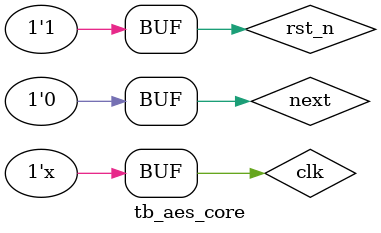
<source format=sv>
`timescale 1ns / 1ns
module tb_aes_core ();
reg clk;
reg rst_n;
reg next;
reg key_ready_r;
reg key_ready_rise;
initial begin
    clk    = 1'b0;
    rst_n <= 1'b0;
    next  <= 0;
    #30
    rst_n <= 1'b1;
    #50
    next <= 1'b1;
    #10
    next <= 1'b0;
end
always #5 clk=~clk;


wire                                    key_ready                  ;
wire                                    cipher_ready               ;
wire                   [ 127:0]         plain                      ;
wire error;
always @(posedge clk) begin
    if (~rst_n) begin
        key_ready_r <= 0;
        key_ready_rise <= 0;
    end
    else begin
        key_ready_r <= key_ready;
        key_ready_rise <= key_ready & ~key_ready_r;
    end
end

aes_core u_aes_core(
	//ports
	.clk         		( clk         		),
	.rst_n       		( rst_n       		),
	.init        		( next        		),
	.key_in      		( {128'h01020304050607080910111213141516,64'h0001020304050607,64'h0001020304050607}      		),
	.keylen      		( 2      		),
    .key_ready(key_ready),
	.init_plain  		( 128'h01020304050607080910111aef98  		),
	.next        		( key_ready_rise        		),
	.plain       		( plain       		),
	.decode_done 		( cipher_ready 		),
	.error       		( error       		)
);

endmodule //tb_aes_encipher
</source>
